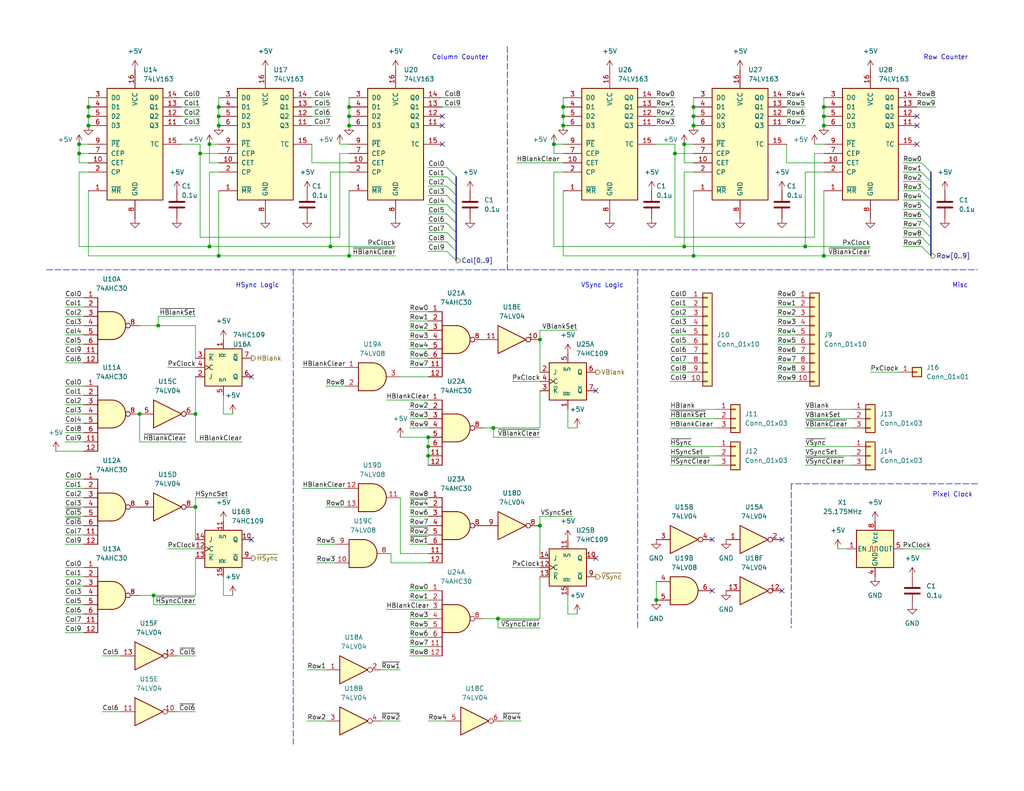
<source format=kicad_sch>
(kicad_sch (version 20230121) (generator eeschema)
  (paper "USLetter")
  (title_block (title "6502 Framebuffer: Row and Column Counters"))
  (lib_symbols
    (symbol "74xx:74HC04"
      (property "Reference" "U" (at 0 1.27 0))
      (property "Value" "74HC04" (at 0 -1.27 0))
      (symbol "74HC04_1_0"
        (pin input line (at -7.62 0 0) (length 3.81) (name "~") (number "1"))
        (pin output inverted (at 7.62 0 180) (length 3.81) (name "~") (number "2"))
      )
      (symbol "74HC04_2_0"
        (pin input line (at -7.62 0 0) (length 3.81) (name "~") (number "3"))
        (pin output inverted (at 7.62 0 180) (length 3.81) (name "~") (number "4"))
      )
      (symbol "74HC04_3_0"
        (pin input line (at -7.62 0 0) (length 3.81) (name "~") (number "5"))
        (pin output inverted (at 7.62 0 180) (length 3.81) (name "~") (number "6"))
      )
      (symbol "74HC04_4_0"
        (pin output inverted (at 7.62 0 180) (length 3.81) (name "~") (number "8"))
        (pin input line (at -7.62 0 0) (length 3.81) (name "~") (number "9"))
      )
      (symbol "74HC04_5_0"
        (pin output inverted (at 7.62 0 180) (length 3.81) (name "~") (number "10"))
        (pin input line (at -7.62 0 0) (length 3.81) (name "~") (number "11"))
      )
      (symbol "74HC04_6_0"
        (pin output inverted (at 7.62 0 180) (length 3.81) (name "~") (number "12"))
        (pin input line (at -7.62 0 0) (length 3.81) (name "~") (number "13"))
      )
      (symbol "74HC04_7_0"
        (pin power_in line (at 0 12.7 270) (length 5.08) (name "VCC") (number "14"))
        (pin power_in line (at 0 -12.7 90) (length 5.08) (name "GND") (number "7"))
      )
    )
    (symbol "74xx:74LS04"
      (property "Reference" "U" (at 0 1.27 0))
      (property "Value" "74LS04" (at 0 -1.27 0))
      (symbol "74LS04_1_0"
        (pin input line (at -7.62 0 0) (length 3.81) (name "~") (number "1"))
        (pin output inverted (at 7.62 0 180) (length 3.81) (name "~") (number "2"))
      )
      (symbol "74LS04_2_0"
        (pin input line (at -7.62 0 0) (length 3.81) (name "~") (number "3"))
        (pin output inverted (at 7.62 0 180) (length 3.81) (name "~") (number "4"))
      )
      (symbol "74LS04_3_0"
        (pin input line (at -7.62 0 0) (length 3.81) (name "~") (number "5"))
        (pin output inverted (at 7.62 0 180) (length 3.81) (name "~") (number "6"))
      )
      (symbol "74LS04_4_0"
        (pin output inverted (at 7.62 0 180) (length 3.81) (name "~") (number "8"))
        (pin input line (at -7.62 0 0) (length 3.81) (name "~") (number "9"))
      )
      (symbol "74LS04_5_0"
        (pin output inverted (at 7.62 0 180) (length 3.81) (name "~") (number "10"))
        (pin input line (at -7.62 0 0) (length 3.81) (name "~") (number "11"))
      )
      (symbol "74LS04_6_0"
        (pin output inverted (at 7.62 0 180) (length 3.81) (name "~") (number "12"))
        (pin input line (at -7.62 0 0) (length 3.81) (name "~") (number "13"))
      )
      (symbol "74LS04_7_0"
        (pin power_in line (at 0 12.7 270) (length 5.08) (name "VCC") (number "14"))
        (pin power_in line (at 0 -12.7 90) (length 5.08) (name "GND") (number "7"))
      )
    )
    (symbol "74xx:74LS08" (pin_names (offset 1.016))
      (property "Reference" "U" (at 0 1.27 0))
      (property "Value" "74LS08" (at 0 -1.27 0))
      (symbol "74LS08_1_1"
        (pin input line (at -7.62 2.54 0) (length 3.81) (name "~") (number "1"))
        (pin input line (at -7.62 -2.54 0) (length 3.81) (name "~") (number "2"))
        (pin output line (at 7.62 0 180) (length 3.81) (name "~") (number "3"))
      )
      (symbol "74LS08_1_2"
        (pin input inverted (at -7.62 2.54 0) (length 4.318) (name "~") (number "1"))
        (pin input inverted (at -7.62 -2.54 0) (length 4.318) (name "~") (number "2"))
        (pin output inverted (at 7.62 0 180) (length 3.81) (name "~") (number "3"))
      )
      (symbol "74LS08_2_1"
        (pin input line (at -7.62 2.54 0) (length 3.81) (name "~") (number "4"))
        (pin input line (at -7.62 -2.54 0) (length 3.81) (name "~") (number "5"))
        (pin output line (at 7.62 0 180) (length 3.81) (name "~") (number "6"))
      )
      (symbol "74LS08_2_2"
        (pin input inverted (at -7.62 2.54 0) (length 4.318) (name "~") (number "4"))
        (pin input inverted (at -7.62 -2.54 0) (length 4.318) (name "~") (number "5"))
        (pin output inverted (at 7.62 0 180) (length 3.81) (name "~") (number "6"))
      )
      (symbol "74LS08_3_1"
        (pin input line (at -7.62 -2.54 0) (length 3.81) (name "~") (number "10"))
        (pin output line (at 7.62 0 180) (length 3.81) (name "~") (number "8"))
        (pin input line (at -7.62 2.54 0) (length 3.81) (name "~") (number "9"))
      )
      (symbol "74LS08_3_2"
        (pin input inverted (at -7.62 -2.54 0) (length 4.318) (name "~") (number "10"))
        (pin output inverted (at 7.62 0 180) (length 3.81) (name "~") (number "8"))
        (pin input inverted (at -7.62 2.54 0) (length 4.318) (name "~") (number "9"))
      )
      (symbol "74LS08_4_1"
        (pin output line (at 7.62 0 180) (length 3.81) (name "~") (number "11"))
        (pin input line (at -7.62 2.54 0) (length 3.81) (name "~") (number "12"))
        (pin input line (at -7.62 -2.54 0) (length 3.81) (name "~") (number "13"))
      )
      (symbol "74LS08_4_2"
        (pin output inverted (at 7.62 0 180) (length 3.81) (name "~") (number "11"))
        (pin input inverted (at -7.62 2.54 0) (length 4.318) (name "~") (number "12"))
        (pin input inverted (at -7.62 -2.54 0) (length 4.318) (name "~") (number "13"))
      )
      (symbol "74LS08_5_0"
        (pin power_in line (at 0 12.7 270) (length 5.08) (name "VCC") (number "14"))
        (pin power_in line (at 0 -12.7 90) (length 5.08) (name "GND") (number "7"))
      )
    )
    (symbol "74xx:74LS109" (pin_names (offset 1.016))
      (property "Reference" "U" (at -7.62 8.89 0))
      (property "Value" "74LS109" (at -7.62 -8.89 0))
      (symbol "74LS109_1_0"
        (pin input line (at 0 -7.62 90) (length 2.54) (name "~{R}") (number "1"))
        (pin input line (at -7.62 2.54 0) (length 2.54) (name "J") (number "2"))
        (pin input line (at -7.62 -2.54 0) (length 2.54) (name "~{K}") (number "3"))
        (pin input clock (at -7.62 0 0) (length 2.54) (name "C") (number "4"))
        (pin input line (at 0 7.62 270) (length 2.54) (name "~{S}") (number "5"))
        (pin output line (at 7.62 2.54 180) (length 2.54) (name "Q") (number "6"))
        (pin output line (at 7.62 -2.54 180) (length 2.54) (name "~{Q}") (number "7"))
      )
      (symbol "74LS109_2_0"
        (pin output line (at 7.62 2.54 180) (length 2.54) (name "Q") (number "10"))
        (pin input line (at 0 7.62 270) (length 2.54) (name "~{S}") (number "11"))
        (pin input clock (at -7.62 0 0) (length 2.54) (name "C") (number "12"))
        (pin input line (at -7.62 -2.54 0) (length 2.54) (name "~{K}") (number "13"))
        (pin input line (at -7.62 2.54 0) (length 2.54) (name "J") (number "14"))
        (pin input line (at 0 -7.62 90) (length 2.54) (name "~{R}") (number "15"))
        (pin output line (at 7.62 -2.54 180) (length 2.54) (name "~{Q}") (number "9"))
      )
      (symbol "74LS109_3_0"
        (pin power_in line (at 0 10.16 270) (length 2.54) (name "VCC") (number "16"))
        (pin power_in line (at 0 -10.16 90) (length 2.54) (name "GND") (number "8"))
      )
    )
    (symbol "74xx:74LS163" (pin_names (offset 1.016))
      (property "Reference" "U" (at -7.62 16.51 0))
      (property "Value" "74LS163" (at -7.62 -16.51 0))
      (symbol "74LS163_1_0"
        (pin input line (at -12.7 -12.7 0) (length 5.08) (name "~{MR}") (number "1"))
        (pin input line (at -12.7 -5.08 0) (length 5.08) (name "CET") (number "10"))
        (pin output line (at 12.7 5.08 180) (length 5.08) (name "Q3") (number "11"))
        (pin output line (at 12.7 7.62 180) (length 5.08) (name "Q2") (number "12"))
        (pin output line (at 12.7 10.16 180) (length 5.08) (name "Q1") (number "13"))
        (pin output line (at 12.7 12.7 180) (length 5.08) (name "Q0") (number "14"))
        (pin output line (at 12.7 0 180) (length 5.08) (name "TC") (number "15"))
        (pin power_in line (at 0 20.32 270) (length 5.08) (name "VCC") (number "16"))
        (pin input line (at -12.7 -7.62 0) (length 5.08) (name "CP") (number "2"))
        (pin input line (at -12.7 12.7 0) (length 5.08) (name "D0") (number "3"))
        (pin input line (at -12.7 10.16 0) (length 5.08) (name "D1") (number "4"))
        (pin input line (at -12.7 7.62 0) (length 5.08) (name "D2") (number "5"))
        (pin input line (at -12.7 5.08 0) (length 5.08) (name "D3") (number "6"))
        (pin input line (at -12.7 -2.54 0) (length 5.08) (name "CEP") (number "7"))
        (pin power_in line (at 0 -20.32 90) (length 5.08) (name "GND") (number "8"))
        (pin input line (at -12.7 0 0) (length 5.08) (name "~{PE}") (number "9"))
      )
    )
    (symbol "74xx:74LS30" (pin_names (offset 1.016))
      (property "Reference" "U" (at 0 1.27 0))
      (property "Value" "74LS30" (at 0 -1.27 0))
      (symbol "74LS30_1_1"
        (pin input line (at -7.62 7.62 0) (length 3.81) (name "~") (number "1"))
        (pin input line (at -7.62 -7.62 0) (length 3.81) (name "~") (number "11"))
        (pin input line (at -7.62 -10.16 0) (length 3.81) (name "~") (number "12"))
        (pin input line (at -7.62 5.08 0) (length 3.81) (name "~") (number "2"))
        (pin input line (at -7.62 2.54 0) (length 3.81) (name "~") (number "3"))
        (pin input line (at -7.62 0 0) (length 3.81) (name "~") (number "4"))
        (pin input line (at -7.62 -2.54 0) (length 3.81) (name "~") (number "5"))
        (pin input line (at -7.62 -5.08 0) (length 3.81) (name "~") (number "6"))
        (pin output inverted (at 7.62 0 180) (length 3.81) (name "~") (number "8"))
      )
      (symbol "74LS30_1_2"
        (pin input inverted (at -7.62 7.62 0) (length 3.81) (name "~") (number "1"))
        (pin input inverted (at -7.62 -7.62 0) (length 3.81) (name "~") (number "11"))
        (pin input inverted (at -7.62 -10.16 0) (length 3.81) (name "~") (number "12"))
        (pin input inverted (at -7.62 5.08 0) (length 3.81) (name "~") (number "2"))
        (pin input inverted (at -7.62 2.54 0) (length 4.5466) (name "~") (number "3"))
        (pin input inverted (at -7.62 0 0) (length 5.08) (name "~") (number "4"))
        (pin input inverted (at -7.62 -2.54 0) (length 4.5466) (name "~") (number "5"))
        (pin input inverted (at -7.62 -5.08 0) (length 3.81) (name "~") (number "6"))
        (pin output line (at 7.62 0 180) (length 3.81) (name "~") (number "8"))
      )
      (symbol "74LS30_2_0"
        (pin power_in line (at 0 12.7 270) (length 5.08) (name "VCC") (number "14"))
        (pin power_in line (at 0 -12.7 90) (length 5.08) (name "GND") (number "7"))
      )
    )
    (symbol "Connector_Generic:Conn_01x01" (pin_names (offset 1.016) hide)
      (property "Reference" "J" (at 0 2.54 0))
      (property "Value" "Conn_01x01" (at 0 -2.54 0))
      (symbol "Conn_01x01_1_1"
        (pin passive line (at -5.08 0 0) (length 3.81) (name "Pin_1") (number "1"))
      )
    )
    (symbol "Connector_Generic:Conn_01x03" (pin_names (offset 1.016) hide)
      (property "Reference" "J" (at 0 5.08 0))
      (property "Value" "Conn_01x03" (at 0 -5.08 0))
      (symbol "Conn_01x03_1_1"
        (pin passive line (at -5.08 2.54 0) (length 3.81) (name "Pin_1") (number "1"))
        (pin passive line (at -5.08 0 0) (length 3.81) (name "Pin_2") (number "2"))
        (pin passive line (at -5.08 -2.54 0) (length 3.81) (name "Pin_3") (number "3"))
      )
    )
    (symbol "Connector_Generic:Conn_01x10" (pin_names (offset 1.016) hide)
      (property "Reference" "J" (at 0 12.7 0))
      (property "Value" "Conn_01x10" (at 0 -15.24 0))
      (symbol "Conn_01x10_1_1"
        (pin passive line (at -5.08 10.16 0) (length 3.81) (name "Pin_1") (number "1"))
        (pin passive line (at -5.08 -12.7 0) (length 3.81) (name "Pin_10") (number "10"))
        (pin passive line (at -5.08 7.62 0) (length 3.81) (name "Pin_2") (number "2"))
        (pin passive line (at -5.08 5.08 0) (length 3.81) (name "Pin_3") (number "3"))
        (pin passive line (at -5.08 2.54 0) (length 3.81) (name "Pin_4") (number "4"))
        (pin passive line (at -5.08 0 0) (length 3.81) (name "Pin_5") (number "5"))
        (pin passive line (at -5.08 -2.54 0) (length 3.81) (name "Pin_6") (number "6"))
        (pin passive line (at -5.08 -5.08 0) (length 3.81) (name "Pin_7") (number "7"))
        (pin passive line (at -5.08 -7.62 0) (length 3.81) (name "Pin_8") (number "8"))
        (pin passive line (at -5.08 -10.16 0) (length 3.81) (name "Pin_9") (number "9"))
      )
    )
    (symbol "Device:C" (pin_numbers hide) (pin_names (offset 0.254))
      (property "Reference" "C" (at 0.635 2.54 0))
      (property "Value" "C" (at 0.635 -2.54 0))
      (symbol "C_1_1"
        (pin passive line (at 0 3.81 270) (length 2.794) (name "~") (number "1"))
        (pin passive line (at 0 -3.81 90) (length 2.794) (name "~") (number "2"))
      )
    )
    (symbol "Oscillator:CXO_DIP8" (pin_names (offset 0.254))
      (property "Reference" "X" (at -5.08 6.35 0))
      (property "Value" "CXO_DIP8" (at 1.27 -6.35 0))
      (symbol "CXO_DIP8_1_1"
        (pin input line (at -7.62 0 0) (length 2.54) (name "EN") (number "1"))
        (pin power_in line (at 0 -7.62 90) (length 2.54) (name "GND") (number "4"))
        (pin output line (at 7.62 0 180) (length 2.54) (name "OUT") (number "5"))
        (pin power_in line (at 0 7.62 270) (length 2.54) (name "Vcc") (number "8"))
      )
    )
    (symbol "power:+5V" (power) (pin_names (offset 0))
      (property "Value" "+5V" (at 0 3.556 0))
      (symbol "+5V_1_1"
        (pin power_in line (at 0 0 90) (length 0) hide (name "+5V") (number "1"))
      )
    )
    (symbol "power:GND" (power) (pin_names (offset 0))
      (property "Value" "GND" (at 0 -3.81 0))
      (symbol "GND_1_1"
        (pin power_in line (at 0 0 270) (length 0) hide (name "GND") (number "1"))
      )
    )
  )
  (junction (at 57.15 67.31))
  (junction (at 95.25 29.21))
  (junction (at 224.79 34.29))
  (junction (at 116.84 124.46))
  (junction (at 53.34 113.03))
  (junction (at 41.91 162.56))
  (junction (at 24.13 34.29))
  (junction (at 90.17 67.31))
  (junction (at 95.25 34.29))
  (junction (at 38.1 113.03))
  (junction (at 153.67 34.29))
  (junction (at 153.67 29.21))
  (junction (at 21.59 39.37))
  (junction (at 186.69 67.31))
  (junction (at 59.69 34.29))
  (junction (at 21.59 41.91))
  (junction (at 184.15 41.91))
  (junction (at 135.89 168.91))
  (junction (at 53.34 138.43))
  (junction (at 219.71 67.31))
  (junction (at 224.79 31.75))
  (junction (at 116.84 121.92))
  (junction (at 179.07 163.83))
  (junction (at 189.23 69.85))
  (junction (at 116.84 119.38))
  (junction (at 134.62 116.84))
  (junction (at 59.69 69.85))
  (junction (at 95.25 31.75))
  (junction (at 95.25 69.85))
  (junction (at 147.32 143.51))
  (junction (at 189.23 31.75))
  (junction (at 224.79 69.85))
  (junction (at 189.23 34.29))
  (junction (at 59.69 31.75))
  (junction (at 43.18 88.9))
  (junction (at 24.13 29.21))
  (junction (at 186.69 39.37))
  (junction (at 59.69 29.21))
  (junction (at 147.32 92.71))
  (junction (at 24.13 31.75))
  (junction (at 57.15 39.37))
  (junction (at 54.61 41.91))
  (junction (at 224.79 29.21))
  (junction (at 151.13 39.37))
  (junction (at 153.67 31.75))
  (junction (at 189.23 29.21))
  (no_connect (at 120.65 31.75))
  (no_connect (at 213.36 147.32))
  (no_connect (at 194.31 147.32))
  (no_connect (at 120.65 34.29))
  (no_connect (at 68.58 147.32))
  (no_connect (at 213.36 161.29))
  (no_connect (at 162.56 152.4))
  (no_connect (at 250.19 39.37))
  (no_connect (at 250.19 31.75))
  (no_connect (at 120.65 39.37))
  (no_connect (at 194.31 161.29))
  (no_connect (at 250.19 34.29))
  (no_connect (at 68.58 102.87))
  (no_connect (at 162.56 106.68))
  (bus_entry (at 251.46 49.53) (size 2.54 2.54))
  (bus_entry (at 121.92 55.88) (size 2.54 2.54))
  (bus_entry (at 251.46 62.23) (size 2.54 2.54))
  (bus_entry (at 121.92 68.58) (size 2.54 2.54))
  (bus_entry (at 251.46 57.15) (size 2.54 2.54))
  (bus_entry (at 121.92 58.42) (size 2.54 2.54))
  (bus_entry (at 121.92 63.5) (size 2.54 2.54))
  (bus_entry (at 121.92 60.96) (size 2.54 2.54))
  (bus_entry (at 251.46 46.99) (size 2.54 2.54))
  (bus_entry (at 121.92 53.34) (size 2.54 2.54))
  (bus_entry (at 121.92 50.8) (size 2.54 2.54))
  (bus_entry (at 251.46 54.61) (size 2.54 2.54))
  (bus_entry (at 121.92 48.26) (size 2.54 2.54))
  (bus_entry (at 251.46 44.45) (size 2.54 2.54))
  (bus_entry (at 251.46 64.77) (size 2.54 2.54))
  (bus_entry (at 251.46 59.69) (size 2.54 2.54))
  (bus_entry (at 251.46 52.07) (size 2.54 2.54))
  (bus_entry (at 121.92 66.04) (size 2.54 2.54))
  (bus_entry (at 251.46 67.31) (size 2.54 2.54))
  (bus_entry (at 121.92 45.72) (size 2.54 2.54))
  (wire (pts (xy 214.63 44.45) (xy 224.79 44.45)))
  (wire (pts (xy 111.76 95.25) (xy 116.84 95.25)))
  (wire (pts (xy 22.86 135.89) (xy 17.78 135.89)))
  (wire (pts (xy 57.15 44.45) (xy 59.69 44.45)))
  (wire (pts (xy 224.79 69.85) (xy 224.79 52.07)))
  (wire (pts (xy 111.76 143.51) (xy 116.84 143.51)))
  (wire (pts (xy 90.17 46.99) (xy 95.25 46.99)))
  (wire (pts (xy 246.38 64.77) (xy 251.46 64.77)))
  (wire (pts (xy 27.94 179.07) (xy 33.02 179.07)))
  (wire (pts (xy 92.71 41.91) (xy 95.25 41.91)))
  (wire (pts (xy 147.32 140.97) (xy 147.32 143.51)))
  (wire (pts (xy 59.69 69.85) (xy 59.69 52.07)))
  (bus (pts (xy 254 52.07) (xy 254 54.61)))
  (wire (pts (xy 186.69 67.31) (xy 219.71 67.31)))
  (wire (pts (xy 116.84 124.46) (xy 116.84 127)))
  (wire (pts (xy 24.13 29.21) (xy 24.13 31.75)))
  (wire (pts (xy 116.84 55.88) (xy 121.92 55.88)))
  (wire (pts (xy 22.86 162.56) (xy 17.78 162.56)))
  (wire (pts (xy 147.32 143.51) (xy 147.32 152.4)))
  (wire (pts (xy 22.86 120.65) (xy 17.78 120.65)))
  (wire (pts (xy 54.61 39.37) (xy 54.61 41.91)))
  (wire (pts (xy 214.63 26.67) (xy 219.71 26.67)))
  (wire (pts (xy 15.24 123.19) (xy 22.86 123.19)))
  (wire (pts (xy 85.09 29.21) (xy 90.17 29.21)))
  (polyline (pts (xy 173.99 73.66) (xy 173.99 171.45)) (stroke (width 0) (type dash)))
  (wire (pts (xy 59.69 69.85) (xy 95.25 69.85)))
  (wire (pts (xy 184.15 41.91) (xy 189.23 41.91)))
  (wire (pts (xy 182.88 111.76) (xy 195.58 111.76)))
  (wire (pts (xy 22.86 91.44) (xy 17.78 91.44)))
  (wire (pts (xy 83.82 196.85) (xy 88.9 196.85)))
  (bus (pts (xy 254 49.53) (xy 254 52.07)))
  (bus (pts (xy 254 46.99) (xy 254 49.53)))
  (wire (pts (xy 85.09 39.37) (xy 85.09 44.45)))
  (wire (pts (xy 21.59 67.31) (xy 57.15 67.31)))
  (wire (pts (xy 60.96 162.56) (xy 63.5 162.56)))
  (wire (pts (xy 57.15 39.37) (xy 59.69 39.37)))
  (wire (pts (xy 41.91 165.1) (xy 41.91 162.56)))
  (wire (pts (xy 111.76 179.07) (xy 116.84 179.07)))
  (wire (pts (xy 139.7 154.94) (xy 147.32 154.94)))
  (wire (pts (xy 22.86 107.95) (xy 17.78 107.95)))
  (wire (pts (xy 88.9 105.41) (xy 93.98 105.41)))
  (wire (pts (xy 111.76 92.71) (xy 116.84 92.71)))
  (wire (pts (xy 182.88 99.06) (xy 187.96 99.06)))
  (wire (pts (xy 153.67 46.99) (xy 151.13 46.99)))
  (wire (pts (xy 186.69 39.37) (xy 189.23 39.37)))
  (wire (pts (xy 219.71 67.31) (xy 237.49 67.31)))
  (wire (pts (xy 43.18 88.9) (xy 53.34 88.9)))
  (wire (pts (xy 182.88 86.36) (xy 187.96 86.36)))
  (wire (pts (xy 111.76 146.05) (xy 116.84 146.05)))
  (wire (pts (xy 59.69 26.67) (xy 59.69 29.21)))
  (wire (pts (xy 111.76 173.99) (xy 116.84 173.99)))
  (wire (pts (xy 105.41 109.22) (xy 116.84 109.22)))
  (wire (pts (xy 224.79 26.67) (xy 224.79 29.21)))
  (wire (pts (xy 57.15 39.37) (xy 57.15 44.45)))
  (wire (pts (xy 88.9 138.43) (xy 93.98 138.43)))
  (bus (pts (xy 124.46 58.42) (xy 124.46 60.96)))
  (wire (pts (xy 57.15 67.31) (xy 90.17 67.31)))
  (wire (pts (xy 92.71 64.77) (xy 92.71 41.91)))
  (wire (pts (xy 109.22 135.89) (xy 109.22 151.13)))
  (wire (pts (xy 219.71 127) (xy 232.41 127)))
  (wire (pts (xy 182.88 124.46) (xy 195.58 124.46)))
  (wire (pts (xy 109.22 182.88) (xy 104.14 182.88)))
  (wire (pts (xy 60.96 113.03) (xy 63.5 113.03)))
  (bus (pts (xy 254 57.15) (xy 254 59.69)))
  (bus (pts (xy 124.46 66.04) (xy 124.46 68.58)))
  (wire (pts (xy 38.1 113.03) (xy 38.1 120.65)))
  (polyline (pts (xy 266.7 132.08) (xy 215.9 132.08)) (stroke (width 0) (type dash)))
  (wire (pts (xy 153.67 52.07) (xy 153.67 69.85)))
  (wire (pts (xy 109.22 102.87) (xy 116.84 102.87)))
  (wire (pts (xy 182.88 127) (xy 195.58 127)))
  (wire (pts (xy 116.84 53.34) (xy 121.92 53.34)))
  (wire (pts (xy 156.21 140.97) (xy 147.32 140.97)))
  (wire (pts (xy 182.88 114.3) (xy 195.58 114.3)))
  (wire (pts (xy 132.08 116.84) (xy 134.62 116.84)))
  (wire (pts (xy 153.67 69.85) (xy 189.23 69.85)))
  (wire (pts (xy 22.86 99.06) (xy 17.78 99.06)))
  (wire (pts (xy 53.34 86.36) (xy 43.18 86.36)))
  (wire (pts (xy 184.15 64.77) (xy 222.25 64.77)))
  (wire (pts (xy 111.76 163.83) (xy 116.84 163.83)))
  (wire (pts (xy 53.34 88.9) (xy 53.34 97.79)))
  (wire (pts (xy 222.25 64.77) (xy 222.25 41.91)))
  (wire (pts (xy 186.69 39.37) (xy 186.69 44.45)))
  (wire (pts (xy 86.36 148.59) (xy 91.44 148.59)))
  (wire (pts (xy 132.08 168.91) (xy 135.89 168.91)))
  (wire (pts (xy 189.23 29.21) (xy 189.23 31.75)))
  (wire (pts (xy 53.34 113.03) (xy 53.34 120.65)))
  (wire (pts (xy 54.61 64.77) (xy 92.71 64.77)))
  (wire (pts (xy 182.88 91.44) (xy 187.96 91.44)))
  (wire (pts (xy 53.34 165.1) (xy 41.91 165.1)))
  (wire (pts (xy 54.61 39.37) (xy 49.53 39.37)))
  (wire (pts (xy 24.13 69.85) (xy 59.69 69.85)))
  (wire (pts (xy 27.94 194.31) (xy 33.02 194.31)))
  (polyline (pts (xy 215.9 132.08) (xy 215.9 171.45)) (stroke (width 0) (type dash)))
  (wire (pts (xy 140.97 44.45) (xy 153.67 44.45)))
  (wire (pts (xy 54.61 41.91) (xy 59.69 41.91)))
  (wire (pts (xy 38.1 120.65) (xy 50.8 120.65)))
  (wire (pts (xy 106.68 151.13) (xy 106.68 153.67)))
  (wire (pts (xy 212.09 88.9) (xy 217.17 88.9)))
  (wire (pts (xy 111.76 116.84) (xy 116.84 116.84)))
  (wire (pts (xy 22.86 81.28) (xy 17.78 81.28)))
  (wire (pts (xy 182.88 83.82) (xy 187.96 83.82)))
  (wire (pts (xy 179.07 31.75) (xy 184.15 31.75)))
  (wire (pts (xy 189.23 69.85) (xy 224.79 69.85)))
  (wire (pts (xy 111.76 87.63) (xy 116.84 87.63)))
  (wire (pts (xy 21.59 39.37) (xy 24.13 39.37)))
  (wire (pts (xy 219.71 46.99) (xy 224.79 46.99)))
  (wire (pts (xy 151.13 39.37) (xy 153.67 39.37)))
  (wire (pts (xy 246.38 57.15) (xy 251.46 57.15)))
  (wire (pts (xy 186.69 67.31) (xy 186.69 46.99)))
  (wire (pts (xy 116.84 66.04) (xy 121.92 66.04)))
  (wire (pts (xy 21.59 39.37) (xy 21.59 41.91)))
  (polyline (pts (xy 80.01 73.66) (xy 80.01 203.2)) (stroke (width 0) (type dash)))
  (wire (pts (xy 111.76 161.29) (xy 116.84 161.29)))
  (wire (pts (xy 120.65 29.21) (xy 125.73 29.21)))
  (wire (pts (xy 60.96 107.95) (xy 60.96 113.03)))
  (bus (pts (xy 124.46 53.34) (xy 124.46 55.88)))
  (wire (pts (xy 228.6 149.86) (xy 231.14 149.86)))
  (wire (pts (xy 82.55 100.33) (xy 93.98 100.33)))
  (wire (pts (xy 182.88 88.9) (xy 187.96 88.9)))
  (wire (pts (xy 48.26 179.07) (xy 53.34 179.07)))
  (wire (pts (xy 179.07 29.21) (xy 184.15 29.21)))
  (wire (pts (xy 22.86 115.57) (xy 17.78 115.57)))
  (wire (pts (xy 22.86 93.98) (xy 17.78 93.98)))
  (wire (pts (xy 154.94 162.56) (xy 154.94 167.64)))
  (wire (pts (xy 116.84 196.85) (xy 121.92 196.85)))
  (wire (pts (xy 189.23 26.67) (xy 189.23 29.21)))
  (wire (pts (xy 109.22 151.13) (xy 116.84 151.13)))
  (wire (pts (xy 59.69 31.75) (xy 59.69 34.29)))
  (wire (pts (xy 154.94 116.84) (xy 157.48 116.84)))
  (polyline (pts (xy 138.43 12.7) (xy 138.43 73.66)) (stroke (width 0) (type dash)))
  (wire (pts (xy 154.94 111.76) (xy 154.94 116.84)))
  (wire (pts (xy 95.25 29.21) (xy 95.25 31.75)))
  (wire (pts (xy 246.38 44.45) (xy 251.46 44.45)))
  (wire (pts (xy 111.76 100.33) (xy 116.84 100.33)))
  (wire (pts (xy 147.32 92.71) (xy 147.32 101.6)))
  (wire (pts (xy 45.72 149.86) (xy 53.34 149.86)))
  (wire (pts (xy 182.88 96.52) (xy 187.96 96.52)))
  (wire (pts (xy 53.34 120.65) (xy 66.04 120.65)))
  (wire (pts (xy 38.1 162.56) (xy 41.91 162.56)))
  (wire (pts (xy 22.86 148.59) (xy 17.78 148.59)))
  (wire (pts (xy 111.76 171.45) (xy 116.84 171.45)))
  (wire (pts (xy 246.38 67.31) (xy 251.46 67.31)))
  (wire (pts (xy 222.25 39.37) (xy 224.79 39.37)))
  (wire (pts (xy 142.24 196.85) (xy 137.16 196.85)))
  (wire (pts (xy 219.71 121.92) (xy 232.41 121.92)))
  (wire (pts (xy 49.53 26.67) (xy 54.61 26.67)))
  (wire (pts (xy 24.13 31.75) (xy 24.13 34.29)))
  (wire (pts (xy 22.86 133.35) (xy 17.78 133.35)))
  (wire (pts (xy 21.59 41.91) (xy 24.13 41.91)))
  (wire (pts (xy 22.86 113.03) (xy 17.78 113.03)))
  (wire (pts (xy 111.76 168.91) (xy 116.84 168.91)))
  (wire (pts (xy 184.15 39.37) (xy 184.15 41.91)))
  (wire (pts (xy 111.76 114.3) (xy 116.84 114.3)))
  (wire (pts (xy 49.53 31.75) (xy 54.61 31.75)))
  (wire (pts (xy 116.84 63.5) (xy 121.92 63.5)))
  (wire (pts (xy 214.63 29.21) (xy 219.71 29.21)))
  (wire (pts (xy 21.59 44.45) (xy 24.13 44.45)))
  (wire (pts (xy 212.09 83.82) (xy 217.17 83.82)))
  (wire (pts (xy 116.84 48.26) (xy 121.92 48.26)))
  (wire (pts (xy 24.13 46.99) (xy 21.59 46.99)))
  (wire (pts (xy 22.86 118.11) (xy 17.78 118.11)))
  (wire (pts (xy 151.13 67.31) (xy 186.69 67.31)))
  (wire (pts (xy 90.17 67.31) (xy 90.17 46.99)))
  (wire (pts (xy 135.89 168.91) (xy 147.32 168.91)))
  (wire (pts (xy 246.38 54.61) (xy 251.46 54.61)))
  (bus (pts (xy 254 64.77) (xy 254 67.31)))
  (wire (pts (xy 222.25 41.91) (xy 224.79 41.91)))
  (wire (pts (xy 182.88 104.14) (xy 187.96 104.14)))
  (wire (pts (xy 250.19 26.67) (xy 255.27 26.67)))
  (wire (pts (xy 246.38 49.53) (xy 251.46 49.53)))
  (wire (pts (xy 186.69 44.45) (xy 189.23 44.45)))
  (wire (pts (xy 92.71 39.37) (xy 95.25 39.37)))
  (wire (pts (xy 120.65 26.67) (xy 125.73 26.67)))
  (wire (pts (xy 219.71 67.31) (xy 219.71 46.99)))
  (wire (pts (xy 22.86 157.48) (xy 17.78 157.48)))
  (wire (pts (xy 60.96 157.48) (xy 60.96 162.56)))
  (wire (pts (xy 246.38 52.07) (xy 251.46 52.07)))
  (wire (pts (xy 153.67 41.91) (xy 151.13 41.91)))
  (wire (pts (xy 212.09 101.6) (xy 217.17 101.6)))
  (wire (pts (xy 62.23 135.89) (xy 53.34 135.89)))
  (wire (pts (xy 95.25 26.67) (xy 95.25 29.21)))
  (wire (pts (xy 237.49 101.6) (xy 245.11 101.6)))
  (wire (pts (xy 111.76 97.79) (xy 116.84 97.79)))
  (wire (pts (xy 57.15 67.31) (xy 57.15 46.99)))
  (wire (pts (xy 212.09 104.14) (xy 217.17 104.14)))
  (wire (pts (xy 22.86 165.1) (xy 17.78 165.1)))
  (wire (pts (xy 111.76 135.89) (xy 116.84 135.89)))
  (wire (pts (xy 95.25 69.85) (xy 95.25 52.07)))
  (wire (pts (xy 22.86 143.51) (xy 17.78 143.51)))
  (wire (pts (xy 246.38 59.69) (xy 251.46 59.69)))
  (wire (pts (xy 219.71 116.84) (xy 232.41 116.84)))
  (wire (pts (xy 250.19 29.21) (xy 255.27 29.21)))
  (wire (pts (xy 22.86 172.72) (xy 17.78 172.72)))
  (wire (pts (xy 147.32 90.17) (xy 147.32 92.71)))
  (wire (pts (xy 224.79 29.21) (xy 224.79 31.75)))
  (wire (pts (xy 182.88 116.84) (xy 195.58 116.84)))
  (wire (pts (xy 147.32 119.38) (xy 134.62 119.38)))
  (wire (pts (xy 179.07 26.67) (xy 184.15 26.67)))
  (wire (pts (xy 147.32 171.45) (xy 135.89 171.45)))
  (wire (pts (xy 22.86 130.81) (xy 17.78 130.81)))
  (wire (pts (xy 22.86 160.02) (xy 17.78 160.02)))
  (wire (pts (xy 54.61 41.91) (xy 54.61 64.77)))
  (wire (pts (xy 111.76 85.09) (xy 116.84 85.09)))
  (wire (pts (xy 184.15 39.37) (xy 179.07 39.37)))
  (wire (pts (xy 219.71 111.76) (xy 232.41 111.76)))
  (wire (pts (xy 219.71 124.46) (xy 232.41 124.46)))
  (wire (pts (xy 85.09 31.75) (xy 90.17 31.75)))
  (wire (pts (xy 134.62 119.38) (xy 134.62 116.84)))
  (wire (pts (xy 53.34 152.4) (xy 53.34 162.56)))
  (wire (pts (xy 116.84 121.92) (xy 116.84 124.46)))
  (wire (pts (xy 111.76 90.17) (xy 116.84 90.17)))
  (wire (pts (xy 135.89 171.45) (xy 135.89 168.91)))
  (wire (pts (xy 21.59 41.91) (xy 21.59 44.45)))
  (wire (pts (xy 41.91 162.56) (xy 53.34 162.56)))
  (wire (pts (xy 105.41 166.37) (xy 116.84 166.37)))
  (wire (pts (xy 85.09 34.29) (xy 90.17 34.29)))
  (wire (pts (xy 43.18 86.36) (xy 43.18 88.9)))
  (wire (pts (xy 95.25 31.75) (xy 95.25 34.29)))
  (wire (pts (xy 48.26 194.31) (xy 53.34 194.31)))
  (wire (pts (xy 182.88 121.92) (xy 195.58 121.92)))
  (wire (pts (xy 157.48 90.17) (xy 147.32 90.17)))
  (wire (pts (xy 22.86 167.64) (xy 17.78 167.64)))
  (wire (pts (xy 182.88 81.28) (xy 187.96 81.28)))
  (wire (pts (xy 45.72 100.33) (xy 53.34 100.33)))
  (wire (pts (xy 151.13 41.91) (xy 151.13 39.37)))
  (wire (pts (xy 134.62 116.84) (xy 147.32 116.84)))
  (wire (pts (xy 189.23 31.75) (xy 189.23 34.29)))
  (wire (pts (xy 90.17 67.31) (xy 107.95 67.31)))
  (wire (pts (xy 212.09 96.52) (xy 217.17 96.52)))
  (wire (pts (xy 246.38 46.99) (xy 251.46 46.99)))
  (wire (pts (xy 53.34 135.89) (xy 53.34 138.43)))
  (wire (pts (xy 22.86 138.43) (xy 17.78 138.43)))
  (wire (pts (xy 212.09 81.28) (xy 217.17 81.28)))
  (wire (pts (xy 153.67 26.67) (xy 153.67 29.21)))
  (wire (pts (xy 246.38 62.23) (xy 251.46 62.23)))
  (wire (pts (xy 22.86 154.94) (xy 17.78 154.94)))
  (wire (pts (xy 151.13 46.99) (xy 151.13 67.31)))
  (wire (pts (xy 116.84 119.38) (xy 116.84 121.92)))
  (wire (pts (xy 57.15 46.99) (xy 59.69 46.99)))
  (wire (pts (xy 116.84 60.96) (xy 121.92 60.96)))
  (wire (pts (xy 24.13 52.07) (xy 24.13 69.85)))
  (bus (pts (xy 124.46 63.5) (xy 124.46 66.04)))
  (wire (pts (xy 182.88 93.98) (xy 187.96 93.98)))
  (wire (pts (xy 106.68 153.67) (xy 116.84 153.67)))
  (wire (pts (xy 116.84 68.58) (xy 121.92 68.58)))
  (wire (pts (xy 22.86 105.41) (xy 17.78 105.41)))
  (wire (pts (xy 85.09 26.67) (xy 90.17 26.67)))
  (wire (pts (xy 139.7 104.14) (xy 147.32 104.14)))
  (wire (pts (xy 186.69 46.99) (xy 189.23 46.99)))
  (wire (pts (xy 22.86 140.97) (xy 17.78 140.97)))
  (wire (pts (xy 22.86 110.49) (xy 17.78 110.49)))
  (wire (pts (xy 59.69 29.21) (xy 59.69 31.75)))
  (bus (pts (xy 124.46 68.58) (xy 124.46 71.12)))
  (wire (pts (xy 111.76 138.43) (xy 116.84 138.43)))
  (wire (pts (xy 82.55 133.35) (xy 93.98 133.35)))
  (wire (pts (xy 116.84 119.38) (xy 109.22 119.38)))
  (wire (pts (xy 49.53 29.21) (xy 54.61 29.21)))
  (wire (pts (xy 179.07 158.75) (xy 179.07 163.83)))
  (wire (pts (xy 116.84 58.42) (xy 121.92 58.42)))
  (wire (pts (xy 49.53 34.29) (xy 54.61 34.29)))
  (wire (pts (xy 85.09 44.45) (xy 95.25 44.45)))
  (wire (pts (xy 154.94 167.64) (xy 157.48 167.64)))
  (wire (pts (xy 21.59 46.99) (xy 21.59 67.31)))
  (wire (pts (xy 111.76 176.53) (xy 116.84 176.53)))
  (wire (pts (xy 214.63 31.75) (xy 219.71 31.75)))
  (wire (pts (xy 116.84 45.72) (xy 121.92 45.72)))
  (wire (pts (xy 22.86 170.18) (xy 17.78 170.18)))
  (bus (pts (xy 254 62.23) (xy 254 64.77)))
  (wire (pts (xy 246.38 149.86) (xy 254 149.86)))
  (wire (pts (xy 212.09 99.06) (xy 217.17 99.06)))
  (wire (pts (xy 224.79 69.85) (xy 237.49 69.85)))
  (wire (pts (xy 86.36 153.67) (xy 91.44 153.67)))
  (wire (pts (xy 22.86 86.36) (xy 17.78 86.36)))
  (wire (pts (xy 224.79 31.75) (xy 224.79 34.29)))
  (wire (pts (xy 153.67 29.21) (xy 153.67 31.75)))
  (wire (pts (xy 153.67 31.75) (xy 153.67 34.29)))
  (wire (pts (xy 111.76 140.97) (xy 116.84 140.97)))
  (wire (pts (xy 214.63 39.37) (xy 214.63 44.45)))
  (wire (pts (xy 212.09 86.36) (xy 217.17 86.36)))
  (wire (pts (xy 109.22 196.85) (xy 104.14 196.85)))
  (wire (pts (xy 95.25 69.85) (xy 107.95 69.85)))
  (wire (pts (xy 212.09 91.44) (xy 217.17 91.44)))
  (bus (pts (xy 254 54.61) (xy 254 57.15)))
  (wire (pts (xy 214.63 34.29) (xy 219.71 34.29)))
  (wire (pts (xy 53.34 138.43) (xy 53.34 147.32)))
  (wire (pts (xy 182.88 101.6) (xy 187.96 101.6)))
  (wire (pts (xy 22.86 146.05) (xy 17.78 146.05)))
  (wire (pts (xy 184.15 41.91) (xy 184.15 64.77)))
  (wire (pts (xy 22.86 83.82) (xy 17.78 83.82)))
  (wire (pts (xy 189.23 69.85) (xy 189.23 52.07)))
  (bus (pts (xy 124.46 50.8) (xy 124.46 53.34)))
  (wire (pts (xy 111.76 111.76) (xy 116.84 111.76)))
  (wire (pts (xy 83.82 182.88) (xy 88.9 182.88)))
  (wire (pts (xy 219.71 114.3) (xy 232.41 114.3)))
  (bus (pts (xy 124.46 48.26) (xy 124.46 50.8)))
  (bus (pts (xy 254 67.31) (xy 254 69.85)))
  (wire (pts (xy 22.86 96.52) (xy 17.78 96.52)))
  (wire (pts (xy 147.32 106.68) (xy 147.32 116.84)))
  (wire (pts (xy 53.34 102.87) (xy 53.34 113.03)))
  (wire (pts (xy 179.07 34.29) (xy 184.15 34.29)))
  (bus (pts (xy 124.46 55.88) (xy 124.46 58.42)))
  (wire (pts (xy 111.76 148.59) (xy 116.84 148.59)))
  (wire (pts (xy 22.86 88.9) (xy 17.78 88.9)))
  (wire (pts (xy 24.13 26.67) (xy 24.13 29.21)))
  (bus (pts (xy 124.46 60.96) (xy 124.46 63.5)))
  (wire (pts (xy 116.84 50.8) (xy 121.92 50.8)))
  (wire (pts (xy 212.09 93.98) (xy 217.17 93.98)))
  (wire (pts (xy 38.1 88.9) (xy 43.18 88.9)))
  (bus (pts (xy 254 59.69) (xy 254 62.23)))
  (polyline (pts (xy 12.7 73.66) (xy 266.7 73.66)) (stroke (width 0) (type dash)))
  (wire (pts (xy 147.32 157.48) (xy 147.32 168.91)))
  (text "Column Counter" (at 133.35 16.51 0) (effects (font (size 1.27 1.27)) (justify right bottom)))
  (text "Pixel Clock" (at 265.43 135.89 0) (effects (font (size 1.27 1.27)) (justify right bottom)))
  (text "VSync Logic" (at 170.18 78.74 0) (effects (font (size 1.27 1.27)) (justify right bottom)))
  (text "Row Counter" (at 264.16 16.51 0) (effects (font (size 1.27 1.27)) (justify right bottom)))
  (text "Misc" (at 264.16 78.74 0) (effects (font (size 1.27 1.27)) (justify right bottom)))
  (text "HSync Logic" (at 76.2 78.74 0) (effects (font (size 1.27 1.27)) (justify right bottom)))
  (label "Col8" (at 116.84 66.04 0))
  (label "Row1" (at 184.15 29.21 180))
  (label "PxClock" (at 107.95 67.31 180))
  (label "Col3" (at 116.84 53.34 0))
  (label "Col6" (at 17.78 99.06 0))
  (label "Row1" (at 83.82 182.88 0))
  (label "Row2" (at 184.15 31.75 180))
  (label "Col7" (at 116.84 63.5 0))
  (label "Row6" (at 219.71 31.75 180))
  (label "Row1" (at 246.38 46.99 0))
  (label "Col6" (at 116.84 60.96 0))
  (label "Col7" (at 17.78 146.05 0))
  (label "VSyncSet" (at 219.71 124.46 0))
  (label "Row1" (at 111.76 163.83 0))
  (label "Row3" (at 111.76 92.71 0))
  (label "Row0" (at 212.09 81.28 0))
  (label "PxClock" (at 237.49 67.31 180))
  (label "~{VSync}" (at 219.71 121.92 0))
  (label "Col2" (at 17.78 160.02 0))
  (label "Row8" (at 255.27 26.67 180))
  (label "Col2" (at 54.61 31.75 180))
  (label "Row0" (at 111.76 161.29 0))
  (label "~{Row1}" (at 109.22 182.88 180))
  (label "Col9" (at 125.73 29.21 180))
  (label "Row5" (at 246.38 57.15 0))
  (label "~{HBlankClear}" (at 50.8 120.65 180))
  (label "Col7" (at 17.78 170.18 0))
  (label "Col8" (at 125.73 26.67 180))
  (label "HSyncSet" (at 182.88 124.46 0))
  (label "Row5" (at 111.76 171.45 0))
  (label "Col1" (at 17.78 157.48 0))
  (label "Row2" (at 83.82 196.85 0))
  (label "Row8" (at 246.38 64.77 0))
  (label "Col2" (at 182.88 86.36 0))
  (label "~{HSyncClear}" (at 182.88 127 0))
  (label "~{VBlankClear}" (at 219.71 116.84 0))
  (label "Col3" (at 17.78 88.9 0))
  (label "Col4" (at 182.88 91.44 0))
  (label "~{VBlankClear}" (at 237.49 69.85 180))
  (label "Row4" (at 111.76 95.25 0))
  (label "Col2" (at 17.78 86.36 0))
  (label "~{Row2}" (at 111.76 146.05 0))
  (label "~{HBlankSet}" (at 182.88 114.3 0))
  (label "Row9" (at 212.09 104.14 0))
  (label "Row4" (at 212.09 91.44 0))
  (label "Row6" (at 111.76 173.99 0))
  (label "Col4" (at 90.17 26.67 180))
  (label "Col9" (at 17.78 96.52 0))
  (label "Col1" (at 182.88 83.82 0))
  (label "PxClock" (at 139.7 154.94 0))
  (label "HBlankClear" (at 182.88 116.84 0))
  (label "VBlankSet" (at 157.48 90.17 180))
  (label "Col0" (at 54.61 26.67 180))
  (label "Col3" (at 17.78 113.03 0))
  (label "Row0" (at 246.38 44.45 0))
  (label "Row5" (at 86.36 148.59 0))
  (label "Col1" (at 54.61 29.21 180))
  (label "Row7" (at 111.76 176.53 0))
  (label "~{VBlankClear}" (at 147.32 119.38 180))
  (label "Row7" (at 111.76 100.33 0))
  (label "Col9" (at 17.78 120.65 0))
  (label "Row0" (at 184.15 26.67 180))
  (label "Row6" (at 212.09 96.52 0))
  (label "HSyncSet" (at 62.23 135.89 180))
  (label "PxClock" (at 254 149.86 180))
  (label "VBlankSet" (at 219.71 114.3 0))
  (label "Row3" (at 111.76 168.91 0))
  (label "Col5" (at 17.78 93.98 0))
  (label "Row3" (at 246.38 52.07 0))
  (label "Col1" (at 17.78 133.35 0))
  (label "Col8" (at 182.88 101.6 0))
  (label "Row0" (at 111.76 85.09 0))
  (label "HBlankClear" (at 105.41 109.22 0))
  (label "Row2" (at 111.76 90.17 0))
  (label "Col5" (at 116.84 58.42 0))
  (label "Col9" (at 17.78 148.59 0))
  (label "Row8" (at 212.09 101.6 0))
  (label "Row3" (at 111.76 114.3 0))
  (label "~{Row1}" (at 111.76 148.59 0))
  (label "~{Row4}" (at 111.76 138.43 0))
  (label "~{HSync}" (at 182.88 121.92 0))
  (label "~{Col6}" (at 17.78 143.51 0))
  (label "Row7" (at 219.71 34.29 180))
  (label "Col3" (at 17.78 138.43 0))
  (label "Row8" (at 111.76 135.89 0))
  (label "Col4" (at 17.78 115.57 0))
  (label "~{Col6}" (at 53.34 194.31 180))
  (label "Col3" (at 17.78 162.56 0))
  (label "Col6" (at 27.94 194.31 0))
  (label "PxClock" (at 45.72 100.33 0))
  (label "PxClock" (at 237.49 101.6 0))
  (label "Col7" (at 182.88 99.06 0))
  (label "Row7" (at 212.09 99.06 0))
  (label "Row7" (at 246.38 62.23 0))
  (label "Col1" (at 17.78 107.95 0))
  (label "Col3" (at 54.61 34.29 180))
  (label "Col0" (at 17.78 154.94 0))
  (label "~{Row2}" (at 109.22 196.85 180))
  (label "VSyncSet" (at 156.21 140.97 180))
  (label "HBlank" (at 182.88 111.76 0))
  (label "Col3" (at 182.88 88.9 0))
  (label "Col1" (at 116.84 48.26 0))
  (label "Col5" (at 27.94 179.07 0))
  (label "VBlank" (at 219.71 111.76 0))
  (label "PxClock" (at 45.72 149.86 0))
  (label "Row9" (at 255.27 29.21 180))
  (label "Col9" (at 116.84 68.58 0))
  (label "Col1" (at 17.78 83.82 0))
  (label "HBlankClear" (at 82.55 100.33 0))
  (label "Row2" (at 111.76 111.76 0))
  (label "~{HBlankClear}" (at 107.95 69.85 180))
  (label "Row4" (at 246.38 54.61 0))
  (label "Row3" (at 212.09 88.9 0))
  (label "HBlankClear" (at 66.04 120.65 180))
  (label "~{Row4}" (at 142.24 196.85 180))
  (label "Col8" (at 17.78 118.11 0))
  (label "Row3" (at 184.15 34.29 180))
  (label "HBlankClear" (at 105.41 166.37 0))
  (label "Row5" (at 212.09 93.98 0))
  (label "Row3" (at 86.36 153.67 0))
  (label "PxClock" (at 139.7 104.14 0))
  (label "Col0" (at 182.88 81.28 0))
  (label "Row6" (at 246.38 59.69 0))
  (label "Col9" (at 17.78 172.72 0))
  (label "~{HBlankSet}" (at 53.34 86.36 180))
  (label "Row1" (at 111.76 87.63 0))
  (label "Row6" (at 111.76 97.79 0))
  (label "Col5" (at 17.78 165.1 0))
  (label "Col5" (at 182.88 93.98 0))
  (label "~{Col5}" (at 53.34 179.07 180))
  (label "Col2" (at 17.78 135.89 0))
  (label "HBlankClear" (at 82.55 133.35 0))
  (label "Col6" (at 90.17 31.75 180))
  (label "Row0" (at 88.9 138.43 0))
  (label "HBlankClear" (at 140.97 44.45 0))
  (label "Col9" (at 182.88 104.14 0))
  (label "Row5" (at 219.71 29.21 180))
  (label "Col0" (at 17.78 105.41 0))
  (label "Row8" (at 88.9 105.41 0))
  (label "Col0" (at 116.84 45.72 0))
  (label "Row9" (at 111.76 116.84 0))
  (label "Col4" (at 116.84 55.88 0))
  (label "~{VSyncClear}" (at 147.32 171.45 180))
  (label "Col6" (at 182.88 96.52 0))
  (label "~{Col5}" (at 17.78 140.97 0))
  (label "~{HSyncClear}" (at 53.34 165.1 180))
  (label "Row2" (at 246.38 49.53 0))
  (label "~{VSyncClear}" (at 219.71 127 0))
  (label "Col2" (at 116.84 50.8 0))
  (label "Col7" (at 90.17 34.29 180))
  (label "Row4" (at 219.71 26.67 180))
  (label "Row1" (at 212.09 83.82 0))
  (label "Col5" (at 90.17 29.21 180))
  (label "Row4" (at 116.84 196.85 0))
  (label "Col0" (at 17.78 130.81 0))
  (label "Row9" (at 246.38 67.31 0))
  (label "Row8" (at 111.76 179.07 0))
  (label "Row6" (at 111.76 140.97 0))
  (label "Col4" (at 17.78 91.44 0))
  (label "Col0" (at 17.78 81.28 0))
  (label "Col6" (at 17.78 167.64 0))
  (label "Col2" (at 17.78 110.49 0))
  (label "Row2" (at 212.09 86.36 0))
  (label "Row7" (at 111.76 143.51 0))
  (hierarchical_label "~{VSync}" (shape output) (at 162.56 157.48 0))
  (hierarchical_label "~{HSync}" (shape output) (at 68.58 152.4 0))
  (hierarchical_label "VBlank" (shape output) (at 162.56 101.6 0))
  (hierarchical_label "Row[0..9]" (shape output) (at 254 69.85 0))
  (hierarchical_label "HBlank" (shape output) (at 68.58 97.79 0))
  (hierarchical_label "Col[0..9]" (shape output) (at 124.46 71.12 0))
  (symbol (lib_id "Connector_Generic:Conn_01x03") (at 237.49 124.46 0) (unit 1)
    (property "Reference" "J14" (at 240.03 123.19 0) (effects (justify left)))
    (property "Value" "Conn_01x03" (at 240.03 125.73 0) (effects (justify left)))
    (property "Footprint" "Connector_PinHeader_2.54mm:PinHeader_1x03_P2.54mm_Vertical" (effects hide))
  )
  (symbol (lib_id "power:+5V") (at 166.37 19.05 0) (unit 1)
    (property "Reference" "#PWR055" (effects hide))
    (property "Value" "+5V" (at 166.37 13.97 0))
  )
  (symbol (lib_id "power:+5V") (at 109.22 119.38 0) (unit 1)
    (property "Reference" "#PWR048" (effects hide))
    (property "Value" "+5V" (at 109.22 114.3 0))
  )
  (symbol (lib_id "power:+5V") (at 60.96 142.24 0) (unit 1)
    (property "Reference" "#PWR039" (effects hide))
    (property "Value" "+5V" (at 60.96 137.16 0))
  )
  (symbol (lib_id "74xx:74LS30") (at 30.48 88.9 0) (unit 1)
    (property "Reference" "U10" (at 30.4717 76.2 0))
    (property "Value" "74AHC30" (at 30.4717 78.74 0))
    (property "Footprint" "Package_SO:SOIC-14_3.9x8.7mm_P1.27mm" (effects hide))
    (property "Datasheet" "http://www.ti.com/lit/gpn/sn74LS30" (effects hide))
  )
  (symbol (lib_id "power:+5V") (at 48.26 52.07 0) (unit 1)
    (property "Reference" "#PWR02" (effects hide))
    (property "Value" "+5V" (at 48.26 46.99 0))
    (instances (project "6502gpu" (path "" (reference "#PWR02") (unit 1)) (path "" (reference "#PWR02") (unit 1)) (path "" (reference "#PWR059") (unit 1)) (path "" (reference "#PWR083") (unit 1))))
  )
  (symbol (lib_id "74xx:74LS08") (at 101.6 102.87 0) (unit 1)
    (property "Reference" "U19" (at 101.5917 93.98 0))
    (property "Value" "74LV08" (at 101.5917 96.52 0))
    (property "Footprint" "Package_SO:SOIC-14_3.9x8.7mm_P1.27mm" (effects hide))
    (property "Datasheet" "http://www.ti.com/lit/gpn/sn74LS08" (effects hide))
  )
  (symbol (lib_id "power:GND") (at 201.93 59.69 0) (unit 1)
    (property "Reference" "#PWR066" (effects hide))
    (property "Value" "GND" (effects hide))
  )
  (symbol (lib_id "74xx:74LS109") (at 60.96 149.86 0) (unit 2)
    (property "Reference" "U16" (at 63.1541 139.7 0) (effects (justify left)))
    (property "Value" "74HC109" (at 63.1541 142.24 0) (effects (justify left)))
    (property "Footprint" "Package_SO:SOIC-16_3.9x9.9mm_P1.27mm" (effects hide))
    (property "Datasheet" "http://www.ti.com/lit/gpn/sn74LS109" (effects hide))
  )
  (symbol (lib_id "Device:C") (at 257.81 55.88 0) (unit 1)
    (property "Reference" "C1" (at 261.62 54.61 0) (effects (justify left)))
    (property "Value" "0.1u" (at 261.62 57.15 0) (effects (justify left)))
    (property "Footprint" "Capacitor_SMD:C_1206_3216Metric_Pad1.33x1.80mm_HandSolder" (effects hide))
    (instances (project "6502gpu" (path "" (reference "C1") (unit 1)) (path "" (reference "C22") (unit 1)) (path "" (reference "C28") (unit 1))))
  )
  (symbol (lib_id "power:GND") (at 83.82 59.69 0) (unit 1)
    (property "Reference" "#PWR03" (effects hide))
    (property "Value" "GND" (effects hide))
    (instances (project "6502gpu" (path "" (reference "#PWR03") (unit 1)) (path "" (reference "#PWR03") (unit 1)) (path "" (reference "#PWR060") (unit 1)) (path "" (reference "#PWR077") (unit 1))))
  )
  (symbol (lib_id "74xx:74LS30") (at 30.48 138.43 0) (unit 1)
    (property "Reference" "U12" (at 30.4717 125.73 0))
    (property "Value" "74AHC30" (at 30.4717 128.27 0))
    (property "Footprint" "Package_SO:SOIC-14_3.9x8.7mm_P1.27mm" (effects hide))
    (property "Datasheet" "http://www.ti.com/lit/gpn/sn74LS30" (effects hide))
  )
  (symbol (lib_id "power:GND") (at 237.49 59.69 0) (unit 1)
    (property "Reference" "#PWR072" (effects hide))
    (property "Value" "GND" (effects hide))
  )
  (symbol (lib_id "74xx:74LS163") (at 72.39 39.37 0) (unit 1)
    (property "Reference" "U17" (at 74.5841 19.05 0) (effects (justify left)))
    (property "Value" "74LV163" (at 74.5841 21.59 0) (effects (justify left)))
    (property "Footprint" "Package_SO:SOIC-16_3.9x9.9mm_P1.27mm" (effects hide))
    (property "Datasheet" "http://www.ti.com/lit/gpn/sn74LS163" (effects hide))
  )
  (symbol (lib_id "power:+5V") (at 228.6 149.86 0) (unit 1)
    (property "Reference" "#PWR073" (effects hide))
    (property "Value" "+5V" (at 228.6 144.78 0))
  )
  (symbol (lib_id "74xx:74HC04") (at 205.74 147.32 0) (unit 1)
    (property "Reference" "U15" (at 205.74 138.43 0))
    (property "Value" "74LV04" (at 205.74 140.97 0))
    (property "Footprint" "Package_SO:SOIC-14_3.9x8.7mm_P1.27mm" (effects hide))
    (property "Datasheet" "https://assets.nexperia.com/documents/data-sheet/74HC_HCT04.pdf" (effects hide))
  )
  (symbol (lib_id "74xx:74HC04") (at 45.72 138.43 0) (unit 4)
    (property "Reference" "U15" (at 45.72 129.54 0))
    (property "Value" "74LV04" (at 45.72 132.08 0))
    (property "Footprint" "Package_SO:SOIC-14_3.9x8.7mm_P1.27mm" (effects hide))
    (property "Datasheet" "https://assets.nexperia.com/documents/data-sheet/74HC_HCT04.pdf" (effects hide))
  )
  (symbol (lib_id "power:+5V") (at 151.13 39.37 0) (unit 1)
    (property "Reference" "#PWR049" (effects hide))
    (property "Value" "+5V" (at 147.32 38.1 0))
  )
  (symbol (lib_id "power:+5V") (at 248.92 157.48 0) (unit 1)
    (property "Reference" "#PWR02" (effects hide))
    (property "Value" "+5V" (at 248.92 152.4 0))
    (instances (project "6502gpu" (path "" (reference "#PWR02") (unit 1)) (path "" (reference "#PWR02") (unit 1)) (path "" (reference "#PWR059") (unit 1)) (path "" (reference "#PWR093") (unit 1))))
  )
  (symbol (lib_id "power:GND") (at 238.76 157.48 0) (unit 1)
    (property "Reference" "#PWR075" (effects hide))
    (property "Value" "GND" (at 238.76 162.56 0))
  )
  (symbol (lib_id "74xx:74LS04") (at 96.52 196.85 0) (unit 2)
    (property "Reference" "U18" (at 96.52 187.96 0))
    (property "Value" "74LV04" (at 96.52 190.5 0))
    (property "Footprint" "Package_SO:SOIC-14_3.9x8.7mm_P1.27mm" (effects hide))
    (property "Datasheet" "http://www.ti.com/lit/gpn/sn74LS04" (effects hide))
  )
  (symbol (lib_id "74xx:74LS163") (at 36.83 39.37 0) (unit 1)
    (property "Reference" "U14" (at 39.0241 19.05 0) (effects (justify left)))
    (property "Value" "74LV163" (at 39.0241 21.59 0) (effects (justify left)))
    (property "Footprint" "Package_SO:SOIC-16_3.9x9.9mm_P1.27mm" (effects hide))
    (property "Datasheet" "http://www.ti.com/lit/gpn/sn74LS163" (effects hide))
  )
  (symbol (lib_id "power:+5V") (at 177.8 52.07 0) (unit 1)
    (property "Reference" "#PWR02" (effects hide))
    (property "Value" "+5V" (at 177.8 46.99 0))
    (instances (project "6502gpu" (path "" (reference "#PWR02") (unit 1)) (path "" (reference "#PWR02") (unit 1)) (path "" (reference "#PWR059") (unit 1)) (path "" (reference "#PWR087") (unit 1))))
  )
  (symbol (lib_id "power:GND") (at 166.37 59.69 0) (unit 1)
    (property "Reference" "#PWR056" (effects hide))
    (property "Value" "GND" (effects hide))
  )
  (symbol (lib_id "power:GND") (at 257.81 59.69 0) (unit 1)
    (property "Reference" "#PWR03" (effects hide))
    (property "Value" "GND" (effects hide))
    (instances (project "6502gpu" (path "" (reference "#PWR03") (unit 1)) (path "" (reference "#PWR03") (unit 1)) (path "" (reference "#PWR060") (unit 1)) (path "" (reference "#PWR092") (unit 1))))
  )
  (symbol (lib_id "power:GND") (at 153.67 34.29 0) (unit 1)
    (property "Reference" "#PWR050" (effects hide))
    (property "Value" "GND" (effects hide))
  )
  (symbol (lib_id "Device:C") (at 48.26 55.88 0) (unit 1)
    (property "Reference" "C1" (at 49.53 50.8 0) (effects (justify left)))
    (property "Value" "0.1u" (at 49.53 53.34 0) (effects (justify left)))
    (property "Footprint" "Capacitor_SMD:C_1206_3216Metric_Pad1.33x1.80mm_HandSolder" (effects hide))
    (instances (project "6502gpu" (path "" (reference "C1") (unit 1)) (path "" (reference "C22") (unit 1)) (path "" (reference "C24") (unit 1))))
  )
  (symbol (lib_id "power:GND") (at 95.25 34.29 0) (unit 1)
    (property "Reference" "#PWR045" (effects hide))
    (property "Value" "GND" (effects hide))
  )
  (symbol (lib_id "Connector_Generic:Conn_01x01") (at 250.19 101.6 0) (unit 1)
    (property "Reference" "J16" (at 252.73 100.33 0) (effects (justify left)))
    (property "Value" "Conn_01x01" (at 252.73 102.87 0) (effects (justify left)))
    (property "Footprint" "Connector_PinHeader_2.54mm:PinHeader_1x01_P2.54mm_Vertical" (effects hide))
  )
  (symbol (lib_id "74xx:74LS04") (at 129.54 196.85 0) (unit 3)
    (property "Reference" "U18" (at 129.54 187.96 0))
    (property "Value" "74LV04" (at 129.54 190.5 0))
    (property "Footprint" "Package_SO:SOIC-14_3.9x8.7mm_P1.27mm" (effects hide))
    (property "Datasheet" "http://www.ti.com/lit/gpn/sn74LS04" (effects hide))
  )
  (symbol (lib_id "power:+5V") (at 21.59 39.37 0) (unit 1)
    (property "Reference" "#PWR032" (effects hide))
    (property "Value" "+5V" (at 17.78 38.1 0))
  )
  (symbol (lib_id "Device:C") (at 213.36 55.88 0) (unit 1)
    (property "Reference" "C1" (at 214.63 50.8 0) (effects (justify left)))
    (property "Value" "0.1u" (at 214.63 53.34 0) (effects (justify left)))
    (property "Footprint" "Capacitor_SMD:C_1206_3216Metric_Pad1.33x1.80mm_HandSolder" (effects hide))
    (instances (project "6502gpu" (path "" (reference "C1") (unit 1)) (path "" (reference "C22") (unit 1)) (path "" (reference "C27") (unit 1))))
  )
  (symbol (lib_id "74xx:74LS04") (at 139.7 92.71 0) (unit 5)
    (property "Reference" "U18" (at 139.7 83.82 0))
    (property "Value" "74LV04" (at 139.7 86.36 0))
    (property "Footprint" "Package_SO:SOIC-14_3.9x8.7mm_P1.27mm" (effects hide))
    (property "Datasheet" "http://www.ti.com/lit/gpn/sn74LS04" (effects hide))
  )
  (symbol (lib_id "power:+5V") (at 72.39 19.05 0) (unit 1)
    (property "Reference" "#PWR042" (effects hide))
    (property "Value" "+5V" (at 72.39 13.97 0))
  )
  (symbol (lib_id "power:+5V") (at 157.48 167.64 0) (unit 1)
    (property "Reference" "#PWR054" (effects hide))
    (property "Value" "+5V" (at 157.48 162.56 0))
  )
  (symbol (lib_id "power:+5V") (at 154.94 96.52 0) (unit 1)
    (property "Reference" "#PWR051" (effects hide))
    (property "Value" "+5V" (at 154.94 91.44 0))
  )
  (symbol (lib_id "power:GND") (at 36.83 59.69 0) (unit 1)
    (property "Reference" "#PWR035" (effects hide))
    (property "Value" "GND" (effects hide))
  )
  (symbol (lib_id "74xx:74LS04") (at 205.74 161.29 0) (unit 6)
    (property "Reference" "U18" (at 205.74 152.4 0))
    (property "Value" "74LV04" (at 205.74 154.94 0))
    (property "Footprint" "Package_SO:SOIC-14_3.9x8.7mm_P1.27mm" (effects hide))
    (property "Datasheet" "http://www.ti.com/lit/gpn/sn74LS04" (effects hide))
  )
  (symbol (lib_id "power:+5V") (at 15.24 123.19 0) (unit 1)
    (property "Reference" "#PWR031" (effects hide))
    (property "Value" "+5V" (at 15.24 118.11 0))
  )
  (symbol (lib_id "74xx:74LS08") (at 101.6 135.89 0) (unit 4)
    (property "Reference" "U19" (at 101.5917 127 0))
    (property "Value" "74LV08" (at 101.5917 129.54 0))
    (property "Footprint" "Package_SO:SOIC-14_3.9x8.7mm_P1.27mm" (effects hide))
    (property "Datasheet" "http://www.ti.com/lit/gpn/sn74LS08" (effects hide))
  )
  (symbol (lib_id "power:GND") (at 198.12 147.32 0) (unit 1)
    (property "Reference" "#PWR067" (effects hide))
    (property "Value" "GND" (at 198.12 152.4 0))
  )
  (symbol (lib_id "74xx:74LS30") (at 30.48 162.56 0) (unit 1)
    (property "Reference" "U13" (at 30.4717 149.86 0))
    (property "Value" "74AHC30" (at 30.4717 152.4 0))
    (property "Footprint" "Package_SO:SOIC-14_3.9x8.7mm_P1.27mm" (effects hide))
    (property "Datasheet" "http://www.ti.com/lit/gpn/sn74LS30" (effects hide))
  )
  (symbol (lib_id "power:GND") (at 48.26 59.69 0) (unit 1)
    (property "Reference" "#PWR03" (effects hide))
    (property "Value" "GND" (effects hide))
    (instances (project "6502gpu" (path "" (reference "#PWR03") (unit 1)) (path "" (reference "#PWR03") (unit 1)) (path "" (reference "#PWR060") (unit 1)) (path "" (reference "#PWR084") (unit 1))))
  )
  (symbol (lib_id "power:+5V") (at 83.82 52.07 0) (unit 1)
    (property "Reference" "#PWR02" (effects hide))
    (property "Value" "+5V" (at 83.82 46.99 0))
    (instances (project "6502gpu" (path "" (reference "#PWR02") (unit 1)) (path "" (reference "#PWR02") (unit 1)) (path "" (reference "#PWR059") (unit 1)) (path "" (reference "#PWR076") (unit 1))))
  )
  (symbol (lib_id "power:+5V") (at 186.69 39.37 0) (unit 1)
    (property "Reference" "#PWR061" (effects hide))
    (property "Value" "+5V" (at 182.88 38.1 0))
  )
  (symbol (lib_id "74xx:74LS08") (at 99.06 151.13 0) (unit 3)
    (property "Reference" "U19" (at 99.0517 142.24 0))
    (property "Value" "74LV08" (at 99.0517 144.78 0))
    (property "Footprint" "Package_SO:SOIC-14_3.9x8.7mm_P1.27mm" (effects hide))
    (property "Datasheet" "http://www.ti.com/lit/gpn/sn74LS08" (effects hide))
  )
  (symbol (lib_id "power:GND") (at 189.23 34.29 0) (unit 1)
    (property "Reference" "#PWR062" (effects hide))
    (property "Value" "GND" (effects hide))
  )
  (symbol (lib_id "74xx:74LS04") (at 96.52 182.88 0) (unit 1)
    (property "Reference" "U18" (at 96.52 173.99 0))
    (property "Value" "74LV04" (at 96.52 176.53 0))
    (property "Footprint" "Package_SO:SOIC-14_3.9x8.7mm_P1.27mm" (effects hide))
    (property "Datasheet" "http://www.ti.com/lit/gpn/sn74LS04" (effects hide))
  )
  (symbol (lib_id "power:GND") (at 72.39 59.69 0) (unit 1)
    (property "Reference" "#PWR043" (effects hide))
    (property "Value" "GND" (effects hide))
  )
  (symbol (lib_id "power:+5V") (at 157.48 116.84 0) (unit 1)
    (property "Reference" "#PWR053" (effects hide))
    (property "Value" "+5V" (at 157.48 111.76 0))
  )
  (symbol (lib_id "Device:C") (at 83.82 55.88 0) (unit 1)
    (property "Reference" "C1" (at 85.09 50.8 0) (effects (justify left)))
    (property "Value" "0.1u" (at 85.09 53.34 0) (effects (justify left)))
    (property "Footprint" "Capacitor_SMD:C_1206_3216Metric_Pad1.33x1.80mm_HandSolder" (effects hide))
    (instances (project "6502gpu" (path "" (reference "C1") (unit 1)) (path "" (reference "C22") (unit 1)) (path "" (reference "C23") (unit 1))))
  )
  (symbol (lib_id "74xx:74LS163") (at 107.95 39.37 0) (unit 1)
    (property "Reference" "U20" (at 110.1441 19.05 0) (effects (justify left)))
    (property "Value" "74LV163" (at 110.1441 21.59 0) (effects (justify left)))
    (property "Footprint" "Package_SO:SOIC-16_3.9x9.9mm_P1.27mm" (effects hide))
    (property "Datasheet" "http://www.ti.com/lit/gpn/sn74LS163" (effects hide))
  )
  (symbol (lib_id "power:+5V") (at 237.49 19.05 0) (unit 1)
    (property "Reference" "#PWR071" (effects hide))
    (property "Value" "+5V" (at 237.49 13.97 0))
  )
  (symbol (lib_id "power:GND") (at 179.07 147.32 0) (unit 1)
    (property "Reference" "#PWR063" (effects hide))
    (property "Value" "GND" (at 179.07 152.4 0))
  )
  (symbol (lib_id "power:GND") (at 177.8 59.69 0) (unit 1)
    (property "Reference" "#PWR03" (effects hide))
    (property "Value" "GND" (effects hide))
    (instances (project "6502gpu" (path "" (reference "#PWR03") (unit 1)) (path "" (reference "#PWR03") (unit 1)) (path "" (reference "#PWR060") (unit 1)) (path "" (reference "#PWR088") (unit 1))))
  )
  (symbol (lib_id "power:+5V") (at 60.96 92.71 0) (unit 1)
    (property "Reference" "#PWR038" (effects hide))
    (property "Value" "+5V" (at 60.96 87.63 0))
  )
  (symbol (lib_id "74xx:74HC04") (at 186.69 147.32 0) (unit 2)
    (property "Reference" "U15" (at 186.69 138.43 0))
    (property "Value" "74LV04" (at 186.69 140.97 0))
    (property "Footprint" "Package_SO:SOIC-14_3.9x8.7mm_P1.27mm" (effects hide))
    (property "Datasheet" "https://assets.nexperia.com/documents/data-sheet/74HC_HCT04.pdf" (effects hide))
  )
  (symbol (lib_id "Device:C") (at 248.92 161.29 0) (unit 1)
    (property "Reference" "C1" (at 252.73 160.02 0) (effects (justify left)))
    (property "Value" "0.1u" (at 252.73 162.56 0) (effects (justify left)))
    (property "Footprint" "Capacitor_SMD:C_1206_3216Metric_Pad1.33x1.80mm_HandSolder" (effects hide))
    (instances (project "6502gpu" (path "" (reference "C1") (unit 1)) (path "" (reference "C22") (unit 1)) (path "" (reference "C29") (unit 1))))
  )
  (symbol (lib_id "power:+5V") (at 36.83 19.05 0) (unit 1)
    (property "Reference" "#PWR034" (effects hide))
    (property "Value" "+5V" (at 36.83 13.97 0))
  )
  (symbol (lib_id "74xx:74LS109") (at 60.96 100.33 0) (mirror x) (unit 1)
    (property "Reference" "U16" (at 63.5 93.98 0) (effects (justify left)))
    (property "Value" "74HC109" (at 63.5 91.44 0) (effects (justify left)))
    (property "Footprint" "Package_SO:SOIC-16_3.9x9.9mm_P1.27mm" (effects hide))
    (property "Datasheet" "http://www.ti.com/lit/gpn/sn74LS109" (effects hide))
  )
  (symbol (lib_id "74xx:74LS08") (at 186.69 161.29 0) (unit 2)
    (property "Reference" "U19" (at 186.6817 152.4 0))
    (property "Value" "74LV08" (at 186.6817 154.94 0))
    (property "Footprint" "Package_SO:SOIC-14_3.9x8.7mm_P1.27mm" (effects hide))
    (property "Datasheet" "http://www.ti.com/lit/gpn/sn74LS08" (effects hide))
  )
  (symbol (lib_id "74xx:74LS163") (at 166.37 39.37 0) (unit 1)
    (property "Reference" "U26" (at 168.5641 19.05 0) (effects (justify left)))
    (property "Value" "74LV163" (at 168.5641 21.59 0) (effects (justify left)))
    (property "Footprint" "Package_SO:SOIC-16_3.9x9.9mm_P1.27mm" (effects hide))
    (property "Datasheet" "http://www.ti.com/lit/gpn/sn74LS163" (effects hide))
  )
  (symbol (lib_id "74xx:74LS109") (at 154.94 104.14 0) (unit 1)
    (property "Reference" "U25" (at 157.1341 93.98 0) (effects (justify left)))
    (property "Value" "74HC109" (at 157.1341 96.52 0) (effects (justify left)))
    (property "Footprint" "Package_SO:SOIC-16_3.9x9.9mm_P1.27mm" (effects hide))
    (property "Datasheet" "http://www.ti.com/lit/gpn/sn74LS109" (effects hide))
  )
  (symbol (lib_id "Connector_Generic:Conn_01x03") (at 237.49 114.3 0) (unit 1)
    (property "Reference" "J13" (at 240.03 113.03 0) (effects (justify left)))
    (property "Value" "Conn_01x03" (at 240.03 115.57 0) (effects (justify left)))
    (property "Footprint" "Connector_PinHeader_2.54mm:PinHeader_1x03_P2.54mm_Vertical" (effects hide))
  )
  (symbol (lib_id "power:+5V") (at 222.25 39.37 0) (unit 1)
    (property "Reference" "#PWR069" (effects hide))
    (property "Value" "+5V" (at 218.44 38.1 0))
  )
  (symbol (lib_id "Connector_Generic:Conn_01x10") (at 222.25 91.44 0) (unit 1)
    (property "Reference" "J9" (at 224.79 91.44 0) (effects (justify left)))
    (property "Value" "Conn_01x10" (at 224.79 93.98 0) (effects (justify left)))
    (property "Footprint" "Connector_PinHeader_2.54mm:PinHeader_1x10_P2.54mm_Vertical" (effects hide))
  )
  (symbol (lib_id "Connector_Generic:Conn_01x03") (at 200.66 114.3 0) (unit 1)
    (property "Reference" "J11" (at 203.2 113.03 0) (effects (justify left)))
    (property "Value" "Conn_01x03" (at 203.2 115.57 0) (effects (justify left)))
    (property "Footprint" "Connector_PinHeader_2.54mm:PinHeader_1x03_P2.54mm_Vertical" (effects hide))
  )
  (symbol (lib_id "power:GND") (at 128.27 59.69 0) (unit 1)
    (property "Reference" "#PWR03" (effects hide))
    (property "Value" "GND" (effects hide))
    (instances (project "6502gpu" (path "" (reference "#PWR03") (unit 1)) (path "" (reference "#PWR03") (unit 1)) (path "" (reference "#PWR060") (unit 1)) (path "" (reference "#PWR086") (unit 1))))
  )
  (symbol (lib_id "74xx:74LS04") (at 139.7 143.51 0) (unit 4)
    (property "Reference" "U18" (at 139.7 134.62 0))
    (property "Value" "74LV04" (at 139.7 137.16 0))
    (property "Footprint" "Package_SO:SOIC-14_3.9x8.7mm_P1.27mm" (effects hide))
    (property "Datasheet" "http://www.ti.com/lit/gpn/sn74LS04" (effects hide))
  )
  (symbol (lib_id "74xx:74LS30") (at 124.46 143.51 0) (unit 1)
    (property "Reference" "U23" (at 124.4517 130.81 0))
    (property "Value" "74AHC30" (at 124.4517 133.35 0))
    (property "Footprint" "Package_SO:SOIC-14_3.9x8.7mm_P1.27mm" (effects hide))
    (property "Datasheet" "http://www.ti.com/lit/gpn/sn74LS30" (effects hide))
  )
  (symbol (lib_id "74xx:74HC04") (at 45.72 113.03 0) (unit 3)
    (property "Reference" "U15" (at 45.72 104.14 0))
    (property "Value" "74LV04" (at 45.72 106.68 0))
    (property "Footprint" "Package_SO:SOIC-14_3.9x8.7mm_P1.27mm" (effects hide))
    (property "Datasheet" "https://assets.nexperia.com/documents/data-sheet/74HC_HCT04.pdf" (effects hide))
  )
  (symbol (lib_id "power:GND") (at 24.13 34.29 0) (unit 1)
    (property "Reference" "#PWR033" (effects hide))
    (property "Value" "GND" (effects hide))
  )
  (symbol (lib_id "power:+5V") (at 128.27 52.07 0) (unit 1)
    (property "Reference" "#PWR02" (effects hide))
    (property "Value" "+5V" (at 128.27 46.99 0))
    (instances (project "6502gpu" (path "" (reference "#PWR02") (unit 1)) (path "" (reference "#PWR02") (unit 1)) (path "" (reference "#PWR059") (unit 1)) (path "" (reference "#PWR085") (unit 1))))
  )
  (symbol (lib_id "power:GND") (at 179.07 163.83 0) (unit 1)
    (property "Reference" "#PWR064" (effects hide))
    (property "Value" "GND" (at 179.07 168.91 0))
  )
  (symbol (lib_id "74xx:74LS30") (at 30.48 113.03 0) (unit 1)
    (property "Reference" "U11" (at 30.4717 100.33 0))
    (property "Value" "74AHC30" (at 30.4717 102.87 0))
    (property "Footprint" "Package_SO:SOIC-14_3.9x8.7mm_P1.27mm" (effects hide))
    (property "Datasheet" "http://www.ti.com/lit/gpn/sn74LS30" (effects hide))
  )
  (symbol (lib_id "Oscillator:CXO_DIP8") (at 238.76 149.86 0) (unit 1)
    (property "Reference" "X1" (at 229.87 137.16 0))
    (property "Value" "25.175MHz" (at 229.87 139.7 0))
    (property "Footprint" "Oscillator:Oscillator_DIP-8" (effects hide))
    (property "Datasheet" "http://cdn-reichelt.de/documents/datenblatt/B400/OSZI.pdf" (effects hide))
  )
  (symbol (lib_id "74xx:74LS30") (at 124.46 92.71 0) (unit 1)
    (property "Reference" "U21" (at 124.4517 80.01 0))
    (property "Value" "74AHC30" (at 124.4517 82.55 0))
    (property "Footprint" "Package_SO:SOIC-14_3.9x8.7mm_P1.27mm" (effects hide))
    (property "Datasheet" "http://www.ti.com/lit/gpn/sn74LS30" (effects hide))
  )
  (symbol (lib_id "power:+5V") (at 63.5 162.56 0) (unit 1)
    (property "Reference" "#PWR041" (effects hide))
    (property "Value" "+5V" (at 63.5 157.48 0))
  )
  (symbol (lib_id "power:+5V") (at 154.94 147.32 0) (unit 1)
    (property "Reference" "#PWR052" (effects hide))
    (property "Value" "+5V" (at 154.94 142.24 0))
  )
  (symbol (lib_id "Device:C") (at 177.8 55.88 0) (unit 1)
    (property "Reference" "C1" (at 179.07 50.8 0) (effects (justify left)))
    (property "Value" "0.1u" (at 179.07 53.34 0) (effects (justify left)))
    (property "Footprint" "Capacitor_SMD:C_1206_3216Metric_Pad1.33x1.80mm_HandSolder" (effects hide))
    (instances (project "6502gpu" (path "" (reference "C1") (unit 1)) (path "" (reference "C22") (unit 1)) (path "" (reference "C26") (unit 1))))
  )
  (symbol (lib_id "Connector_Generic:Conn_01x10") (at 193.04 91.44 0) (unit 1)
    (property "Reference" "J10" (at 195.58 91.44 0) (effects (justify left)))
    (property "Value" "Conn_01x10" (at 195.58 93.98 0) (effects (justify left)))
    (property "Footprint" "Connector_PinHeader_2.54mm:PinHeader_1x10_P2.54mm_Vertical" (effects hide))
  )
  (symbol (lib_id "74xx:74LS163") (at 201.93 39.37 0) (unit 1)
    (property "Reference" "U27" (at 204.1241 19.05 0) (effects (justify left)))
    (property "Value" "74LV163" (at 204.1241 21.59 0) (effects (justify left)))
    (property "Footprint" "Package_SO:SOIC-16_3.9x9.9mm_P1.27mm" (effects hide))
    (property "Datasheet" "http://www.ti.com/lit/gpn/sn74LS163" (effects hide))
  )
  (symbol (lib_id "74xx:74LS30") (at 124.46 116.84 0) (unit 1)
    (property "Reference" "U22" (at 124.4517 104.14 0))
    (property "Value" "74AHC30" (at 124.4517 106.68 0))
    (property "Footprint" "Package_SO:SOIC-14_3.9x8.7mm_P1.27mm" (effects hide))
    (property "Datasheet" "http://www.ti.com/lit/gpn/sn74LS30" (effects hide))
  )
  (symbol (lib_id "power:+5V") (at 257.81 52.07 0) (unit 1)
    (property "Reference" "#PWR02" (effects hide))
    (property "Value" "+5V" (at 257.81 46.99 0))
    (instances (project "6502gpu" (path "" (reference "#PWR02") (unit 1)) (path "" (reference "#PWR02") (unit 1)) (path "" (reference "#PWR059") (unit 1)) (path "" (reference "#PWR091") (unit 1))))
  )
  (symbol (lib_id "power:+5V") (at 63.5 113.03 0) (unit 1)
    (property "Reference" "#PWR040" (effects hide))
    (property "Value" "+5V" (at 63.5 107.95 0))
  )
  (symbol (lib_id "74xx:74HC04") (at 40.64 194.31 0) (unit 5)
    (property "Reference" "U15" (at 40.64 185.42 0))
    (property "Value" "74LV04" (at 40.64 187.96 0))
    (property "Footprint" "Package_SO:SOIC-14_3.9x8.7mm_P1.27mm" (effects hide))
    (property "Datasheet" "https://assets.nexperia.com/documents/data-sheet/74HC_HCT04.pdf" (effects hide))
  )
  (symbol (lib_id "power:GND") (at 198.12 161.29 0) (unit 1)
    (property "Reference" "#PWR068" (effects hide))
    (property "Value" "GND" (at 198.12 166.37 0))
  )
  (symbol (lib_id "power:GND") (at 107.95 59.69 0) (unit 1)
    (property "Reference" "#PWR047" (effects hide))
    (property "Value" "GND" (effects hide))
  )
  (symbol (lib_id "power:+5V") (at 107.95 19.05 0) (unit 1)
    (property "Reference" "#PWR046" (effects hide))
    (property "Value" "+5V" (at 107.95 13.97 0))
  )
  (symbol (lib_id "power:GND") (at 248.92 165.1 0) (unit 1)
    (property "Reference" "#PWR03" (effects hide))
    (property "Value" "GND" (at 248.92 170.18 0))
    (instances (project "6502gpu" (path "" (reference "#PWR03") (unit 1)) (path "" (reference "#PWR03") (unit 1)) (path "" (reference "#PWR060") (unit 1)) (path "" (reference "#PWR094") (unit 1))))
  )
  (symbol (lib_id "power:GND") (at 213.36 59.69 0) (unit 1)
    (property "Reference" "#PWR03" (effects hide))
    (property "Value" "GND" (effects hide))
    (instances (project "6502gpu" (path "" (reference "#PWR03") (unit 1)) (path "" (reference "#PWR03") (unit 1)) (path "" (reference "#PWR060") (unit 1)) (path "" (reference "#PWR090") (unit 1))))
  )
  (symbol (lib_id "power:GND") (at 224.79 34.29 0) (unit 1)
    (property "Reference" "#PWR070" (effects hide))
    (property "Value" "GND" (effects hide))
  )
  (symbol (lib_id "74xx:74HC04") (at 40.64 179.07 0) (unit 6)
    (property "Reference" "U15" (at 40.64 170.18 0))
    (property "Value" "74LV04" (at 40.64 172.72 0))
    (property "Footprint" "Package_SO:SOIC-14_3.9x8.7mm_P1.27mm" (effects hide))
    (property "Datasheet" "https://assets.nexperia.com/documents/data-sheet/74HC_HCT04.pdf" (effects hide))
  )
  (symbol (lib_id "74xx:74LS109") (at 154.94 154.94 0) (unit 2)
    (property "Reference" "U25" (at 157.1341 144.78 0) (effects (justify left)))
    (property "Value" "74HC109" (at 157.1341 147.32 0) (effects (justify left)))
    (property "Footprint" "Package_SO:SOIC-16_3.9x9.9mm_P1.27mm" (effects hide))
    (property "Datasheet" "http://www.ti.com/lit/gpn/sn74LS109" (effects hide))
  )
  (symbol (lib_id "power:+5V") (at 213.36 52.07 0) (unit 1)
    (property "Reference" "#PWR02" (effects hide))
    (property "Value" "+5V" (at 213.36 46.99 0))
    (instances (project "6502gpu" (path "" (reference "#PWR02") (unit 1)) (path "" (reference "#PWR02") (unit 1)) (path "" (reference "#PWR059") (unit 1)) (path "" (reference "#PWR089") (unit 1))))
  )
  (symbol (lib_id "power:GND") (at 59.69 34.29 0) (unit 1)
    (property "Reference" "#PWR037" (effects hide))
    (property "Value" "GND" (effects hide))
  )
  (symbol (lib_id "74xx:74LS163") (at 237.49 39.37 0) (unit 1)
    (property "Reference" "U28" (at 239.6841 19.05 0) (effects (justify left)))
    (property "Value" "74LV163" (at 239.6841 21.59 0) (effects (justify left)))
    (property "Footprint" "Package_SO:SOIC-16_3.9x9.9mm_P1.27mm" (effects hide))
    (property "Datasheet" "http://www.ti.com/lit/gpn/sn74LS163" (effects hide))
  )
  (symbol (lib_id "74xx:74LS30") (at 124.46 168.91 0) (unit 1)
    (property "Reference" "U24" (at 124.4517 156.21 0))
    (property "Value" "74AHC30" (at 124.4517 158.75 0))
    (property "Footprint" "Package_SO:SOIC-14_3.9x8.7mm_P1.27mm" (effects hide))
    (property "Datasheet" "http://www.ti.com/lit/gpn/sn74LS30" (effects hide))
  )
  (symbol (lib_id "Device:C") (at 128.27 55.88 0) (unit 1)
    (property "Reference" "C1" (at 132.08 54.61 0) (effects (justify left)))
    (property "Value" "0.1u" (at 132.08 57.15 0) (effects (justify left)))
    (property "Footprint" "Capacitor_SMD:C_1206_3216Metric_Pad1.33x1.80mm_HandSolder" (effects hide))
    (instances (project "6502gpu" (path "" (reference "C1") (unit 1)) (path "" (reference "C22") (unit 1)) (path "" (reference "C25") (unit 1))))
  )
  (symbol (lib_id "power:+5V") (at 92.71 39.37 0) (unit 1)
    (property "Reference" "#PWR044" (effects hide))
    (property "Value" "+5V" (at 88.9 38.1 0))
  )
  (symbol (lib_id "power:+5V") (at 238.76 142.24 0) (unit 1)
    (property "Reference" "#PWR074" (effects hide))
    (property "Value" "+5V" (at 238.76 137.16 0))
  )
  (symbol (lib_id "Connector_Generic:Conn_01x03") (at 200.66 124.46 0) (unit 1)
    (property "Reference" "J12" (at 203.2 123.19 0) (effects (justify left)))
    (property "Value" "Conn_01x03" (at 203.2 125.73 0) (effects (justify left)))
    (property "Footprint" "Connector_PinHeader_2.54mm:PinHeader_1x03_P2.54mm_Vertical" (effects hide))
  )
  (symbol (lib_id "power:+5V") (at 201.93 19.05 0) (unit 1)
    (property "Reference" "#PWR065" (effects hide))
    (property "Value" "+5V" (at 201.93 13.97 0))
  )
  (symbol (lib_id "power:+5V") (at 57.15 39.37 0) (unit 1)
    (property "Reference" "#PWR036" (effects hide))
    (property "Value" "+5V" (at 53.34 38.1 0))
  )
)
</source>
